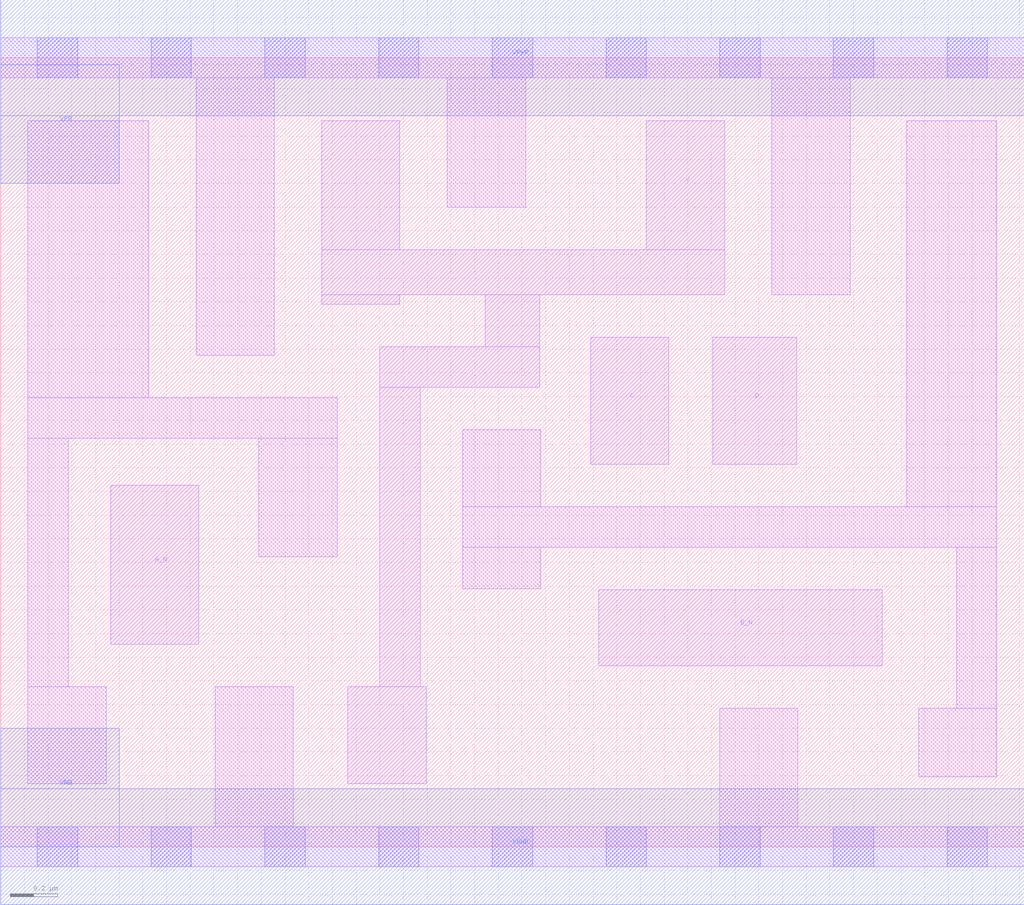
<source format=lef>
# Copyright 2020 The SkyWater PDK Authors
#
# Licensed under the Apache License, Version 2.0 (the "License");
# you may not use this file except in compliance with the License.
# You may obtain a copy of the License at
#
#     https://www.apache.org/licenses/LICENSE-2.0
#
# Unless required by applicable law or agreed to in writing, software
# distributed under the License is distributed on an "AS IS" BASIS,
# WITHOUT WARRANTIES OR CONDITIONS OF ANY KIND, either express or implied.
# See the License for the specific language governing permissions and
# limitations under the License.
#
# SPDX-License-Identifier: Apache-2.0

VERSION 5.5 ;
NAMESCASESENSITIVE ON ;
BUSBITCHARS "[]" ;
DIVIDERCHAR "/" ;
MACRO sky130_fd_sc_lp__nand4bb_lp
  CLASS CORE ;
  SOURCE USER ;
  ORIGIN  0.000000  0.000000 ;
  SIZE  4.320000 BY  3.330000 ;
  SYMMETRY X Y R90 ;
  SITE unit ;
  PIN A_N
    ANTENNAGATEAREA  0.376000 ;
    DIRECTION INPUT ;
    USE SIGNAL ;
    PORT
      LAYER li1 ;
        RECT 0.465000 0.855000 0.835000 1.525000 ;
    END
  END A_N
  PIN B_N
    ANTENNAGATEAREA  0.376000 ;
    DIRECTION INPUT ;
    USE SIGNAL ;
    PORT
      LAYER li1 ;
        RECT 2.525000 0.765000 3.720000 1.085000 ;
    END
  END B_N
  PIN C
    ANTENNAGATEAREA  0.313000 ;
    DIRECTION INPUT ;
    USE SIGNAL ;
    PORT
      LAYER li1 ;
        RECT 2.490000 1.615000 2.820000 2.150000 ;
    END
  END C
  PIN D
    ANTENNAGATEAREA  0.313000 ;
    DIRECTION INPUT ;
    USE SIGNAL ;
    PORT
      LAYER li1 ;
        RECT 3.005000 1.615000 3.360000 2.150000 ;
    END
  END D
  PIN Y
    ANTENNADIFFAREA  0.679700 ;
    DIRECTION OUTPUT ;
    USE SIGNAL ;
    PORT
      LAYER li1 ;
        RECT 1.355000 2.290000 1.685000 2.330000 ;
        RECT 1.355000 2.330000 3.055000 2.520000 ;
        RECT 1.355000 2.520000 1.685000 3.065000 ;
        RECT 1.465000 0.265000 1.795000 0.675000 ;
        RECT 1.600000 0.675000 1.770000 1.940000 ;
        RECT 1.600000 1.940000 2.275000 2.110000 ;
        RECT 2.045000 2.110000 2.275000 2.330000 ;
        RECT 2.725000 2.520000 3.055000 3.065000 ;
    END
  END Y
  PIN VGND
    DIRECTION INOUT ;
    USE GROUND ;
    PORT
      LAYER met1 ;
        RECT 0.000000 -0.245000 4.320000 0.245000 ;
    END
  END VGND
  PIN VNB
    DIRECTION INOUT ;
    USE GROUND ;
    PORT
      LAYER met1 ;
        RECT 0.000000 0.000000 0.500000 0.500000 ;
    END
  END VNB
  PIN VPB
    DIRECTION INOUT ;
    USE POWER ;
    PORT
      LAYER met1 ;
        RECT 0.000000 2.800000 0.500000 3.300000 ;
    END
  END VPB
  PIN VPWR
    DIRECTION INOUT ;
    USE POWER ;
    PORT
      LAYER met1 ;
        RECT 0.000000 3.085000 4.320000 3.575000 ;
    END
  END VPWR
  OBS
    LAYER li1 ;
      RECT 0.000000 -0.085000 4.320000 0.085000 ;
      RECT 0.000000  3.245000 4.320000 3.415000 ;
      RECT 0.115000  0.265000 0.445000 0.675000 ;
      RECT 0.115000  0.675000 0.285000 1.725000 ;
      RECT 0.115000  1.725000 1.420000 1.895000 ;
      RECT 0.115000  1.895000 0.625000 3.065000 ;
      RECT 0.825000  2.075000 1.155000 3.245000 ;
      RECT 0.905000  0.085000 1.235000 0.675000 ;
      RECT 1.090000  1.225000 1.420000 1.725000 ;
      RECT 1.885000  2.700000 2.215000 3.245000 ;
      RECT 1.950000  1.090000 2.280000 1.265000 ;
      RECT 1.950000  1.265000 4.205000 1.435000 ;
      RECT 1.950000  1.435000 2.280000 1.760000 ;
      RECT 3.035000  0.085000 3.365000 0.585000 ;
      RECT 3.255000  2.330000 3.585000 3.245000 ;
      RECT 3.825000  1.435000 4.205000 3.065000 ;
      RECT 3.875000  0.295000 4.205000 0.585000 ;
      RECT 4.035000  0.585000 4.205000 1.265000 ;
    LAYER mcon ;
      RECT 0.155000 -0.085000 0.325000 0.085000 ;
      RECT 0.155000  3.245000 0.325000 3.415000 ;
      RECT 0.635000 -0.085000 0.805000 0.085000 ;
      RECT 0.635000  3.245000 0.805000 3.415000 ;
      RECT 1.115000 -0.085000 1.285000 0.085000 ;
      RECT 1.115000  3.245000 1.285000 3.415000 ;
      RECT 1.595000 -0.085000 1.765000 0.085000 ;
      RECT 1.595000  3.245000 1.765000 3.415000 ;
      RECT 2.075000 -0.085000 2.245000 0.085000 ;
      RECT 2.075000  3.245000 2.245000 3.415000 ;
      RECT 2.555000 -0.085000 2.725000 0.085000 ;
      RECT 2.555000  3.245000 2.725000 3.415000 ;
      RECT 3.035000 -0.085000 3.205000 0.085000 ;
      RECT 3.035000  3.245000 3.205000 3.415000 ;
      RECT 3.515000 -0.085000 3.685000 0.085000 ;
      RECT 3.515000  3.245000 3.685000 3.415000 ;
      RECT 3.995000 -0.085000 4.165000 0.085000 ;
      RECT 3.995000  3.245000 4.165000 3.415000 ;
  END
END sky130_fd_sc_lp__nand4bb_lp

</source>
